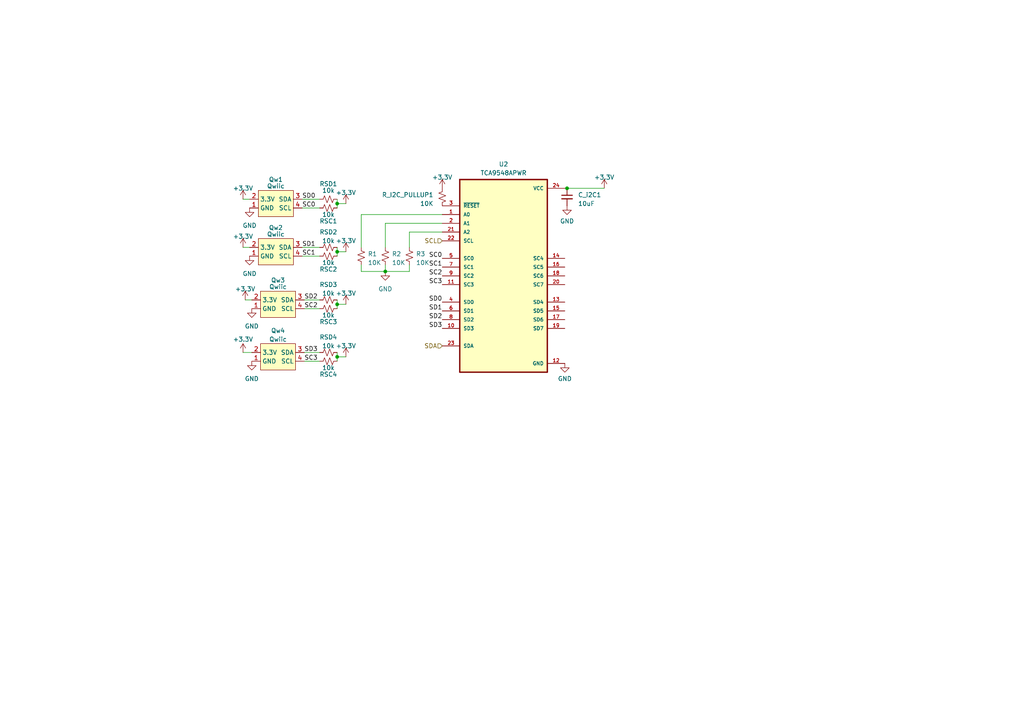
<source format=kicad_sch>
(kicad_sch (version 20230121) (generator eeschema)
  (paper "A4")
  (lib_symbols
    (symbol "Adafruit:Qwiic"
      (property "Reference" "Qw" (at 5.08 2.54 0))
      (property "Value" "Qwiic" (at 5.08 0 0))
      (symbol "Qwiic_1_1"
        (rectangle (start 0 -1.27) (end 10.16 -8.89) (fill (type background)))
        (pin input line (at -2.54 -6.35 0) (length 2.54) (name "GND") (number "1"))
        (pin input line (at -2.54 -3.81 0) (length 2.54) (name "3.3V") (number "2"))
        (pin input line (at 12.7 -3.81 180) (length 2.54) (name "SDA") (number "3"))
        (pin input line (at 12.7 -6.35 180) (length 2.54) (name "SCL") (number "4"))
      )
    )
    (symbol "Device:C_Small" (pin_numbers hide) (pin_names (offset 0.254) hide)
      (property "Reference" "C" (at 0.254 1.778 0))
      (property "Value" "C_Small" (at 0.254 -2.032 0))
      (symbol "C_Small_0_1"
        (polyline (pts (xy -1.524 -0.508) (xy 1.524 -0.508)) (stroke (width 0.3302)))
        (polyline (pts (xy -1.524 0.508) (xy 1.524 0.508)) (stroke (width 0.3048)))
      )
      (symbol "C_Small_1_1"
        (pin passive line (at 0 2.54 270) (length 2.032) (name "~") (number "1"))
        (pin passive line (at 0 -2.54 90) (length 2.032) (name "~") (number "2"))
      )
    )
    (symbol "Device:R_Small_US" (pin_numbers hide) (pin_names (offset 0.254) hide)
      (property "Reference" "R" (at 0.762 0.508 0))
      (property "Value" "R_Small_US" (at 0.762 -1.016 0))
      (symbol "R_Small_US_1_1"
        (polyline (pts (xy 0 0) (xy 1.016 -0.381) (xy 0 -0.762) (xy -1.016 -1.143) (xy 0 -1.524)))
        (polyline (pts (xy 0 1.524) (xy 1.016 1.143) (xy 0 0.762) (xy -1.016 0.381) (xy 0 0)))
        (pin passive line (at 0 2.54 270) (length 1.016) (name "~") (number "1"))
        (pin passive line (at 0 -2.54 90) (length 1.016) (name "~") (number "2"))
      )
    )
    (symbol "TCA9548APWR:TCA9548APWR" (pin_names (offset 1.016))
      (property "Reference" "U" (at -12.7 28.94 0))
      (property "Value" "TCA9548APWR" (at -12.7 -31.94 0))
      (symbol "TCA9548APWR_0_0"
        (rectangle (start -12.7 -27.94) (end 12.7 27.94) (stroke (width 0.41)) (fill (type background)))
        (pin input line (at -17.78 17.78 0) (length 5.08) (name "A0") (number "1"))
        (pin bidirectional line (at -17.78 -15.24 0) (length 5.08) (name "SD3") (number "10"))
        (pin bidirectional line (at -17.78 -2.54 0) (length 5.08) (name "SC3") (number "11"))
        (pin power_in line (at 17.78 -25.4 180) (length 5.08) (name "GND") (number "12"))
        (pin bidirectional line (at 17.78 -7.62 180) (length 5.08) (name "SD4") (number "13"))
        (pin bidirectional line (at 17.78 5.08 180) (length 5.08) (name "SC4") (number "14"))
        (pin bidirectional line (at 17.78 -10.16 180) (length 5.08) (name "SD5") (number "15"))
        (pin bidirectional line (at 17.78 2.54 180) (length 5.08) (name "SC5") (number "16"))
        (pin bidirectional line (at 17.78 -12.7 180) (length 5.08) (name "SD6") (number "17"))
        (pin bidirectional line (at 17.78 0 180) (length 5.08) (name "SC6") (number "18"))
        (pin bidirectional line (at 17.78 -15.24 180) (length 5.08) (name "SD7") (number "19"))
        (pin input line (at -17.78 15.24 0) (length 5.08) (name "A1") (number "2"))
        (pin bidirectional line (at 17.78 -2.54 180) (length 5.08) (name "SC7") (number "20"))
        (pin input line (at -17.78 12.7 0) (length 5.08) (name "A2") (number "21"))
        (pin input line (at -17.78 10.16 0) (length 5.08) (name "SCL") (number "22"))
        (pin bidirectional line (at -17.78 -20.32 0) (length 5.08) (name "SDA") (number "23"))
        (pin power_in line (at 17.78 25.4 180) (length 5.08) (name "VCC") (number "24"))
        (pin input line (at -17.78 20.32 0) (length 5.08) (name "~{RESET}") (number "3"))
        (pin bidirectional line (at -17.78 -7.62 0) (length 5.08) (name "SD0") (number "4"))
        (pin bidirectional line (at -17.78 5.08 0) (length 5.08) (name "SC0") (number "5"))
        (pin bidirectional line (at -17.78 -10.16 0) (length 5.08) (name "SD1") (number "6"))
        (pin bidirectional line (at -17.78 2.54 0) (length 5.08) (name "SC1") (number "7"))
        (pin bidirectional line (at -17.78 -12.7 0) (length 5.08) (name "SD2") (number "8"))
        (pin bidirectional line (at -17.78 0 0) (length 5.08) (name "SC2") (number "9"))
      )
    )
    (symbol "power:+3.3V" (power) (pin_names (offset 0))
      (property "Value" "+3.3V" (at 0 3.556 0))
      (symbol "+3.3V_0_1"
        (polyline (pts (xy -0.762 1.27) (xy 0 2.54)))
        (polyline (pts (xy 0 0) (xy 0 2.54)))
        (polyline (pts (xy 0 2.54) (xy 0.762 1.27)))
      )
      (symbol "+3.3V_1_1"
        (pin power_in line (at 0 0 90) (length 0) hide (name "+3.3V") (number "1"))
      )
    )
    (symbol "power:GND" (power) (pin_names (offset 0))
      (property "Value" "GND" (at 0 -3.81 0))
      (symbol "GND_0_1"
        (polyline (pts (xy 0 0) (xy 0 -1.27) (xy 1.27 -1.27) (xy 0 -2.54) (xy -1.27 -1.27) (xy 0 -1.27)))
      )
      (symbol "GND_1_1"
        (pin power_in line (at 0 0 270) (length 0) hide (name "GND") (number "1"))
      )
    )
  )
  (junction (at 97.79 59.055))
  (junction (at 97.79 103.505))
  (junction (at 111.76 78.74))
  (junction (at 97.79 88.265))
  (junction (at 164.465 54.61))
  (junction (at 97.79 73.025))
  (wire (pts (xy 118.745 78.74) (xy 111.76 78.74)))
  (wire (pts (xy 87.63 60.325) (xy 92.71 60.325)))
  (wire (pts (xy 70.485 102.235) (xy 73.025 102.235)))
  (wire (pts (xy 118.745 67.31) (xy 118.745 71.755)))
  (wire (pts (xy 97.79 59.055) (xy 97.79 60.325)))
  (wire (pts (xy 97.79 86.995) (xy 97.79 88.265)))
  (wire (pts (xy 97.79 103.505) (xy 100.33 103.505)))
  (wire (pts (xy 97.79 59.055) (xy 100.33 59.055)))
  (wire (pts (xy 97.79 57.785) (xy 97.79 59.055)))
  (wire (pts (xy 104.775 78.74) (xy 111.76 78.74)))
  (wire (pts (xy 104.775 76.835) (xy 104.775 78.74)))
  (wire (pts (xy 88.265 89.535) (xy 92.71 89.535)))
  (wire (pts (xy 97.79 103.505) (xy 97.79 104.775)))
  (wire (pts (xy 70.485 71.755) (xy 72.39 71.755)))
  (wire (pts (xy 88.265 86.995) (xy 92.71 86.995)))
  (wire (pts (xy 70.485 57.785) (xy 72.39 57.785)))
  (wire (pts (xy 164.465 54.61) (xy 163.83 54.61)))
  (wire (pts (xy 128.27 67.31) (xy 118.745 67.31)))
  (wire (pts (xy 128.27 64.77) (xy 111.76 64.77)))
  (wire (pts (xy 97.79 71.755) (xy 97.79 73.025)))
  (wire (pts (xy 97.79 73.025) (xy 97.79 74.295)))
  (wire (pts (xy 88.265 104.775) (xy 92.71 104.775)))
  (wire (pts (xy 87.63 74.295) (xy 92.71 74.295)))
  (wire (pts (xy 88.265 102.235) (xy 92.71 102.235)))
  (wire (pts (xy 97.79 73.025) (xy 100.33 73.025)))
  (wire (pts (xy 71.12 86.995) (xy 73.025 86.995)))
  (wire (pts (xy 111.76 64.77) (xy 111.76 71.755)))
  (wire (pts (xy 87.63 57.785) (xy 92.71 57.785)))
  (wire (pts (xy 118.745 76.835) (xy 118.745 78.74)))
  (wire (pts (xy 104.775 62.23) (xy 104.775 71.755)))
  (wire (pts (xy 97.79 102.235) (xy 97.79 103.505)))
  (wire (pts (xy 97.79 88.265) (xy 97.79 89.535)))
  (wire (pts (xy 128.27 62.23) (xy 104.775 62.23)))
  (wire (pts (xy 111.76 78.74) (xy 111.76 76.835)))
  (wire (pts (xy 97.79 88.265) (xy 100.33 88.265)))
  (wire (pts (xy 87.63 71.755) (xy 92.71 71.755)))
  (wire (pts (xy 175.26 54.61) (xy 164.465 54.61)))
  (label "SD2" (at 128.27 92.71 180))
  (label "SC0" (at 128.27 74.93 180))
  (label "SC0" (at 87.63 60.325 0))
  (label "SC3" (at 128.27 82.55 180))
  (label "SD0" (at 87.63 57.785 0))
  (label "SC2" (at 88.265 89.535 0))
  (label "SC1" (at 128.27 77.47 180))
  (label "SC2" (at 128.27 80.01 180))
  (label "SC1" (at 87.63 74.295 0))
  (label "SC3" (at 88.265 104.775 0))
  (label "SD3" (at 128.27 95.25 180))
  (label "SD0" (at 128.27 87.63 180))
  (label "SD2" (at 88.265 86.995 0))
  (label "SD3" (at 88.265 102.235 0))
  (label "SD1" (at 87.63 71.755 0))
  (label "SD1" (at 128.27 90.17 180))
  (hierarchical_label "SCL" (shape input) (at 128.27 69.85 180))
  (hierarchical_label "SDA" (shape input) (at 128.27 100.33 180))
  (symbol (lib_id "Device:R_Small_US") (at 128.27 57.15 0) (mirror y) (unit 1)
    (property "Reference" "R_I2C_PULLUP1" (at 125.73 56.515 0) (effects (justify left)))
    (property "Value" "10K" (at 125.73 59.055 0) (effects (justify left)))
    (property "Footprint" "Resistor_SMD:R_0402_1005Metric" (effects hide))
    (property "MPN" "C144807" (effects hide))
  )
  (symbol (lib_id "Device:R_Small_US") (at 95.25 60.325 90) (unit 1)
    (property "Reference" "RSC1" (at 95.25 64.135 90))
    (property "Value" "10k" (at 95.25 62.23 90))
    (property "Footprint" "Resistor_SMD:R_0402_1005Metric" (effects hide))
    (property "MPN" "C144807" (effects hide))
    (instances (project "2.12 Mobile Robot" (path "" (reference "RSC1") (unit 1)) (path "" (reference "RSC1") (unit 1))) (project "Segway V7" (path "" (reference "RSC0") (unit 1))))
  )
  (symbol (lib_id "Device:R_Small_US") (at 95.25 57.785 90) (unit 1)
    (property "Reference" "RSD1" (at 95.25 53.34 90))
    (property "Value" "10k" (at 95.25 55.245 90))
    (property "Footprint" "Resistor_SMD:R_0402_1005Metric" (effects hide))
    (property "MPN" "C144807" (effects hide))
    (instances (project "2.12 Mobile Robot" (path "" (reference "RSD1") (unit 1)) (path "" (reference "RSD1") (unit 1))) (project "Segway V7" (path "" (reference "RSD0") (unit 1))))
  )
  (symbol (lib_id "power:+3.3V") (at 70.485 71.755 0) (unit 1)
    (property "Reference" "#PWR020" (effects hide))
    (property "Value" "+3.3V" (at 70.485 68.58 0))
    (instances (project "2.12 Mobile Robot" (path "" (reference "#PWR020") (unit 1)) (path "" (reference "#PWR020") (unit 1))) (project "Segway V7" (path "" (reference "#PWR030") (unit 1))))
  )
  (symbol (lib_id "power:GND") (at 73.025 89.535 0) (unit 1)
    (property "Reference" "#PWR025" (effects hide))
    (property "Value" "GND" (at 73.025 94.615 0))
    (instances (project "2.12 Mobile Robot" (path "" (reference "#PWR025") (unit 1)) (path "" (reference "#PWR025") (unit 1))) (project "Segway V7" (path "" (reference "#PWR053") (unit 1))))
  )
  (symbol (lib_id "Device:R_Small_US") (at 95.25 74.295 90) (unit 1)
    (property "Reference" "RSC2" (at 95.25 78.105 90))
    (property "Value" "10k" (at 95.25 76.2 90))
    (property "Footprint" "Resistor_SMD:R_0402_1005Metric" (effects hide))
    (property "MPN" "C144807" (effects hide))
    (instances (project "2.12 Mobile Robot" (path "" (reference "RSC2") (unit 1)) (path "" (reference "RSC2") (unit 1))) (project "Segway V7" (path "" (reference "RSC1") (unit 1))))
  )
  (symbol (lib_id "power:+3.3V") (at 175.26 54.61 0) (unit 1)
    (property "Reference" "#PWR035" (effects hide))
    (property "Value" "+3.3V" (at 175.26 51.435 0))
    (instances (project "2.12 Mobile Robot" (path "" (reference "#PWR035") (unit 1)) (path "" (reference "#PWR035") (unit 1))) (project "Segway V7" (path "" (reference "#PWR016") (unit 1))))
  )
  (symbol (lib_id "Device:C_Small") (at 164.465 57.15 0) (unit 1)
    (property "Reference" "C_i2C1" (at 167.64 56.5213 0) (effects (justify left)))
    (property "Value" "10uF" (at 167.64 59.0613 0) (effects (justify left)))
    (property "Footprint" "Capacitor_SMD:C_0805_2012Metric_Pad1.18x1.45mm_HandSolder" (effects hide))
    (property "MPN" "C39232" (effects hide))
  )
  (symbol (lib_id "power:+3.3V") (at 100.33 59.055 0) (unit 1)
    (property "Reference" "#PWR027" (effects hide))
    (property "Value" "+3.3V" (at 100.33 55.88 0))
    (instances (project "2.12 Mobile Robot" (path "" (reference "#PWR027") (unit 1)) (path "" (reference "#PWR027") (unit 1))) (project "Segway V7" (path "" (reference "#PWR061") (unit 1))))
  )
  (symbol (lib_id "power:GND") (at 73.025 104.775 0) (unit 1)
    (property "Reference" "#PWR026" (effects hide))
    (property "Value" "GND" (at 73.025 109.855 0))
    (instances (project "2.12 Mobile Robot" (path "" (reference "#PWR026") (unit 1)) (path "" (reference "#PWR026") (unit 1))) (project "Segway V7" (path "" (reference "#PWR055") (unit 1))))
  )
  (symbol (lib_id "power:GND") (at 72.39 74.295 0) (unit 1)
    (property "Reference" "#PWR024" (effects hide))
    (property "Value" "GND" (at 72.39 79.375 0))
    (instances (project "2.12 Mobile Robot" (path "" (reference "#PWR024") (unit 1)) (path "" (reference "#PWR024") (unit 1))) (project "Segway V7" (path "" (reference "#PWR052") (unit 1))))
  )
  (symbol (lib_id "Device:R_Small_US") (at 95.25 89.535 90) (unit 1)
    (property "Reference" "RSC3" (at 95.25 93.345 90))
    (property "Value" "10k" (at 95.25 91.44 90))
    (property "Footprint" "Resistor_SMD:R_0402_1005Metric" (effects hide))
    (property "MPN" "C144807" (effects hide))
    (instances (project "2.12 Mobile Robot" (path "" (reference "RSC3") (unit 1)) (path "" (reference "RSC3") (unit 1))) (project "Segway V7" (path "" (reference "RSC2") (unit 1))))
  )
  (symbol (lib_id "power:+3.3V") (at 70.485 102.235 0) (unit 1)
    (property "Reference" "#PWR021" (effects hide))
    (property "Value" "+3.3V" (at 70.485 98.425 0))
    (instances (project "2.12 Mobile Robot" (path "" (reference "#PWR021") (unit 1)) (path "" (reference "#PWR021") (unit 1))) (project "Segway V7" (path "" (reference "#PWR036") (unit 1))))
  )
  (symbol (lib_id "power:+3.3V") (at 100.33 103.505 0) (unit 1)
    (property "Reference" "#PWR030" (effects hide))
    (property "Value" "+3.3V" (at 100.33 100.33 0))
    (instances (project "2.12 Mobile Robot" (path "" (reference "#PWR030") (unit 1)) (path "" (reference "#PWR030") (unit 1))) (project "Segway V7" (path "" (reference "#PWR064") (unit 1))))
  )
  (symbol (lib_id "Adafruit:Qwiic") (at 74.93 53.975 0) (unit 1)
    (property "Reference" "Qw1" (at 80.0044 52.07 0))
    (property "Value" "Qwiic" (at 80.01 53.975 0))
    (property "Footprint" "Connector_JST:JST_SH_BM04B-SRSS-TB_1x04-1MP_P1.00mm_Vertical" (effects hide))
    (property "Datasheet" "https://datasheet.lcsc.com/lcsc/2304140030_JST-Sales-America-BM04B-SRSS-TB-LF-SN_C160390.pdf" (effects hide))
    (property "MPN" "C160390" (effects hide))
  )
  (symbol (lib_id "Adafruit:Qwiic") (at 74.93 67.945 0) (unit 1)
    (property "Reference" "Qw2" (at 80.0044 66.04 0))
    (property "Value" "Qwiic" (at 80.01 67.945 0))
    (property "Footprint" "Connector_JST:JST_SH_BM04B-SRSS-TB_1x04-1MP_P1.00mm_Vertical" (effects hide))
    (property "Datasheet" "https://datasheet.lcsc.com/lcsc/2304140030_JST-Sales-America-BM04B-SRSS-TB-LF-SN_C160390.pdf" (effects hide))
    (property "MPN" "C160390" (effects hide))
  )
  (symbol (lib_id "power:+3.3V") (at 100.33 88.265 0) (unit 1)
    (property "Reference" "#PWR029" (effects hide))
    (property "Value" "+3.3V" (at 100.33 85.09 0))
    (instances (project "2.12 Mobile Robot" (path "" (reference "#PWR029") (unit 1)) (path "" (reference "#PWR029") (unit 1))) (project "Segway V7" (path "" (reference "#PWR063") (unit 1))))
  )
  (symbol (lib_id "Device:R_Small_US") (at 95.25 104.775 90) (unit 1)
    (property "Reference" "RSC4" (at 95.25 108.585 90))
    (property "Value" "10k" (at 95.25 106.68 90))
    (property "Footprint" "Resistor_SMD:R_0402_1005Metric" (effects hide))
    (property "MPN" "C144807" (effects hide))
    (instances (project "2.12 Mobile Robot" (path "" (reference "RSC4") (unit 1)) (path "" (reference "RSC4") (unit 1))) (project "Segway V7" (path "" (reference "RSC3") (unit 1))))
  )
  (symbol (lib_id "power:GND") (at 163.83 105.41 0) (unit 1)
    (property "Reference" "#PWR033" (effects hide))
    (property "Value" "GND" (at 163.83 109.855 0))
    (instances (project "2.12 Mobile Robot" (path "" (reference "#PWR033") (unit 1)) (path "" (reference "#PWR033") (unit 1))) (project "Segway V7" (path "" (reference "#PWR015") (unit 1))))
  )
  (symbol (lib_id "Adafruit:Qwiic") (at 75.565 83.185 0) (unit 1)
    (property "Reference" "Qw3" (at 80.6394 81.28 0))
    (property "Value" "Qwiic" (at 80.645 83.185 0))
    (property "Footprint" "Connector_JST:JST_SH_BM04B-SRSS-TB_1x04-1MP_P1.00mm_Vertical" (effects hide))
    (property "Datasheet" "https://datasheet.lcsc.com/lcsc/2304140030_JST-Sales-America-BM04B-SRSS-TB-LF-SN_C160390.pdf" (effects hide))
    (property "MPN" "C160390" (effects hide))
  )
  (symbol (lib_id "TCA9548APWR:TCA9548APWR") (at 146.05 80.01 0) (unit 1)
    (property "Reference" "U2" (at 146.05 47.625 0))
    (property "Value" "TCA9548APWR" (at 146.05 50.165 0))
    (property "Footprint" "2.004:SOP65P640X120-24N" (effects hide))
    (property "Datasheet" "https://datasheet.lcsc.com/lcsc/1811081942_Texas-Instruments-TCA9548APWR_C130026.pdf" (effects hide))
    (property "MPN" "C130026" (effects hide))
  )
  (symbol (lib_id "Device:R_Small_US") (at 95.25 71.755 90) (unit 1)
    (property "Reference" "RSD2" (at 95.25 67.31 90))
    (property "Value" "10k" (at 95.25 69.85 90))
    (property "Footprint" "Resistor_SMD:R_0402_1005Metric" (effects hide))
    (property "MPN" "C144807" (effects hide))
    (instances (project "2.12 Mobile Robot" (path "" (reference "RSD2") (unit 1)) (path "" (reference "RSD2") (unit 1))) (project "Segway V7" (path "" (reference "RSD1") (unit 1))))
  )
  (symbol (lib_id "power:+3.3V") (at 128.27 54.61 0) (unit 1)
    (property "Reference" "#PWR032" (effects hide))
    (property "Value" "+3.3V" (at 128.27 51.435 0))
    (instances (project "2.12 Mobile Robot" (path "" (reference "#PWR032") (unit 1)) (path "" (reference "#PWR032") (unit 1))) (project "Segway V7" (path "" (reference "#PWR044") (unit 1))))
  )
  (symbol (lib_id "Device:R_Small_US") (at 104.775 74.295 0) (unit 1)
    (property "Reference" "R1" (at 106.68 73.66 0) (effects (justify left)))
    (property "Value" "10K" (at 106.68 76.2 0) (effects (justify left)))
    (property "Footprint" "Resistor_SMD:R_0402_1005Metric" (effects hide))
    (property "MPN" "C144807" (effects hide))
    (instances (project "2.12 Mobile Robot" (path "" (reference "R1") (unit 1)) (path "" (reference "R1") (unit 1))) (project "Segway V7" (path "" (reference "R7") (unit 1))))
  )
  (symbol (lib_id "power:GND") (at 164.465 59.69 0) (unit 1)
    (property "Reference" "#PWR034" (effects hide))
    (property "Value" "GND" (at 164.465 64.135 0))
    (instances (project "2.12 Mobile Robot" (path "" (reference "#PWR034") (unit 1)) (path "" (reference "#PWR034") (unit 1))) (project "Segway V7" (path "" (reference "#PWR022") (unit 1))))
  )
  (symbol (lib_id "Device:R_Small_US") (at 111.76 74.295 0) (unit 1)
    (property "Reference" "R2" (at 113.665 73.66 0) (effects (justify left)))
    (property "Value" "10K" (at 113.665 76.2 0) (effects (justify left)))
    (property "Footprint" "Resistor_SMD:R_0402_1005Metric" (effects hide))
    (property "MPN" "C144807" (effects hide))
    (instances (project "2.12 Mobile Robot" (path "" (reference "R2") (unit 1)) (path "" (reference "R2") (unit 1))) (project "Segway V7" (path "" (reference "R8") (unit 1))))
  )
  (symbol (lib_id "power:GND") (at 111.76 78.74 0) (unit 1)
    (property "Reference" "#PWR031" (effects hide))
    (property "Value" "GND" (at 111.76 83.82 0))
    (instances (project "2.12 Mobile Robot" (path "" (reference "#PWR031") (unit 1)) (path "" (reference "#PWR031") (unit 1))) (project "Segway V7" (path "" (reference "#PWR017") (unit 1))))
  )
  (symbol (lib_id "Device:R_Small_US") (at 95.25 102.235 90) (unit 1)
    (property "Reference" "RSD4" (at 95.25 97.79 90))
    (property "Value" "10k" (at 95.25 100.33 90))
    (property "Footprint" "Resistor_SMD:R_0402_1005Metric" (effects hide))
    (property "MPN" "C144807" (effects hide))
    (instances (project "2.12 Mobile Robot" (path "" (reference "RSD4") (unit 1)) (path "" (reference "RSD4") (unit 1))) (project "Segway V7" (path "" (reference "RSD3") (unit 1))))
  )
  (symbol (lib_id "Device:R_Small_US") (at 118.745 74.295 0) (unit 1)
    (property "Reference" "R3" (at 120.65 73.66 0) (effects (justify left)))
    (property "Value" "10K" (at 120.65 76.2 0) (effects (justify left)))
    (property "Footprint" "Resistor_SMD:R_0402_1005Metric" (effects hide))
    (property "MPN" "C144807" (effects hide))
    (instances (project "2.12 Mobile Robot" (path "" (reference "R3") (unit 1)) (path "" (reference "R3") (unit 1))) (project "Segway V7" (path "" (reference "R9") (unit 1))))
  )
  (symbol (lib_id "power:+3.3V") (at 70.485 57.785 0) (unit 1)
    (property "Reference" "#PWR019" (effects hide))
    (property "Value" "+3.3V" (at 70.485 54.61 0))
    (instances (project "2.12 Mobile Robot" (path "" (reference "#PWR019") (unit 1)) (path "" (reference "#PWR019") (unit 1))) (project "Segway V7" (path "" (reference "#PWR027") (unit 1))))
  )
  (symbol (lib_id "power:+3.3V") (at 71.12 86.995 0) (unit 1)
    (property "Reference" "#PWR022" (effects hide))
    (property "Value" "+3.3V" (at 71.12 83.82 0))
    (instances (project "2.12 Mobile Robot" (path "" (reference "#PWR022") (unit 1)) (path "" (reference "#PWR022") (unit 1))) (project "Segway V7" (path "" (reference "#PWR035") (unit 1))))
  )
  (symbol (lib_id "Adafruit:Qwiic") (at 75.565 98.425 0) (unit 1)
    (property "Reference" "Qw4" (at 80.6394 95.885 0))
    (property "Value" "Qwiic" (at 80.645 98.425 0))
    (property "Footprint" "Connector_JST:JST_SH_BM04B-SRSS-TB_1x04-1MP_P1.00mm_Vertical" (effects hide))
    (property "Datasheet" "https://datasheet.lcsc.com/lcsc/2304140030_JST-Sales-America-BM04B-SRSS-TB-LF-SN_C160390.pdf" (effects hide))
    (property "MPN" "C160390" (effects hide))
  )
  (symbol (lib_id "Device:R_Small_US") (at 95.25 86.995 90) (unit 1)
    (property "Reference" "RSD3" (at 95.25 82.55 90))
    (property "Value" "10k" (at 95.25 85.09 90))
    (property "Footprint" "Resistor_SMD:R_0402_1005Metric" (effects hide))
    (property "MPN" "C144807" (effects hide))
    (instances (project "2.12 Mobile Robot" (path "" (reference "RSD3") (unit 1)) (path "" (reference "RSD3") (unit 1))) (project "Segway V7" (path "" (reference "RSD2") (unit 1))))
  )
  (symbol (lib_id "power:GND") (at 72.39 60.325 0) (unit 1)
    (property "Reference" "#PWR023" (effects hide))
    (property "Value" "GND" (at 72.39 65.405 0))
    (instances (project "2.12 Mobile Robot" (path "" (reference "#PWR023") (unit 1)) (path "" (reference "#PWR023") (unit 1))) (project "Segway V7" (path "" (reference "#PWR050") (unit 1))))
  )
  (symbol (lib_id "power:+3.3V") (at 100.33 73.025 0) (unit 1)
    (property "Reference" "#PWR028" (effects hide))
    (property "Value" "+3.3V" (at 100.33 69.85 0))
    (instances (project "2.12 Mobile Robot" (path "" (reference "#PWR028") (unit 1)) (path "" (reference "#PWR028") (unit 1))) (project "Segway V7" (path "" (reference "#PWR062") (unit 1))))
  )
)
</source>
